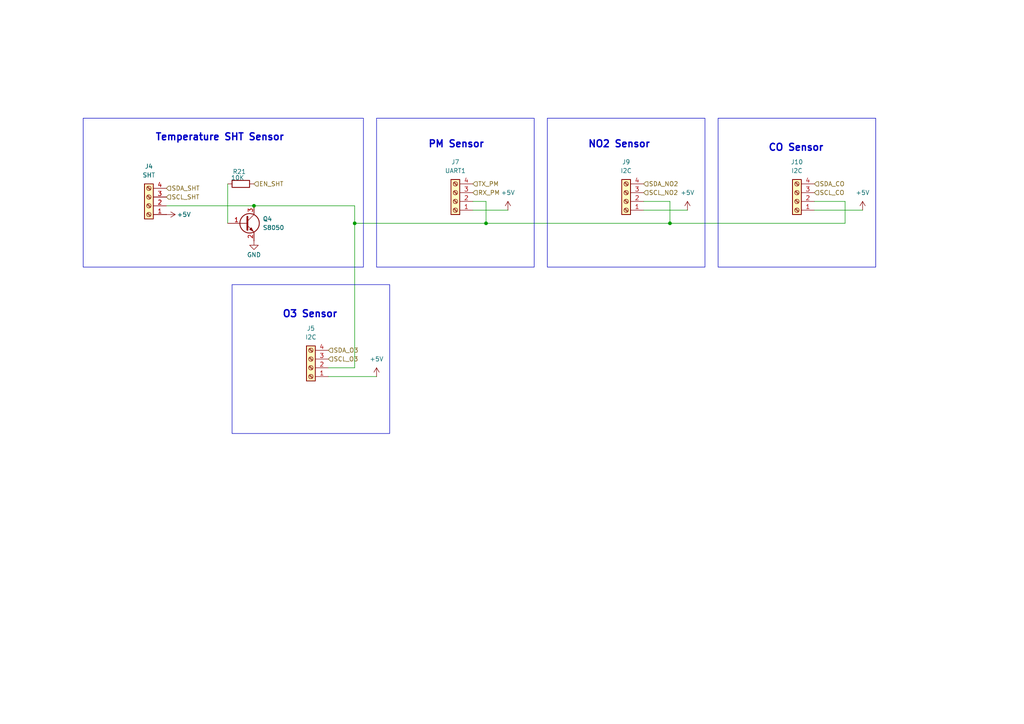
<source format=kicad_sch>
(kicad_sch (version 20231120) (generator "eeschema") (generator_version "8.0")
  (paper "A4")
  (lib_symbols
    (symbol "Connector:Screw_Terminal_01x04" (pin_names (offset 1.016) hide)
      (property "Reference" "J" (at 0 5.08 0))
      (property "Value" "Screw_Terminal_01x04" (at 0 -7.62 0))
      (symbol "Screw_Terminal_01x04_1_1"
        (rectangle (start -1.27 3.81) (end 1.27 -6.35) (stroke (width 0.254)) (fill (type background)))
        (circle (center 0 -5.08) (radius 0.635) (stroke (width 0.1524)))
        (circle (center 0 -2.54) (radius 0.635) (stroke (width 0.1524)))
        (polyline (pts (xy -0.5334 -4.7498) (xy 0.3302 -5.588)) (stroke (width 0.1524)))
        (polyline (pts (xy -0.5334 -2.2098) (xy 0.3302 -3.048)) (stroke (width 0.1524)))
        (polyline (pts (xy -0.5334 0.3302) (xy 0.3302 -0.508)) (stroke (width 0.1524)))
        (polyline (pts (xy -0.5334 2.8702) (xy 0.3302 2.032)) (stroke (width 0.1524)))
        (polyline (pts (xy -0.3556 -4.572) (xy 0.508 -5.4102)) (stroke (width 0.1524)))
        (polyline (pts (xy -0.3556 -2.032) (xy 0.508 -2.8702)) (stroke (width 0.1524)))
        (polyline (pts (xy -0.3556 0.508) (xy 0.508 -0.3302)) (stroke (width 0.1524)))
        (polyline (pts (xy -0.3556 3.048) (xy 0.508 2.2098)) (stroke (width 0.1524)))
        (circle (center 0 0) (radius 0.635) (stroke (width 0.1524)))
        (circle (center 0 2.54) (radius 0.635) (stroke (width 0.1524)))
        (pin passive line (at -5.08 2.54 0) (length 3.81) (name "Pin_1") (number "1"))
        (pin passive line (at -5.08 0 0) (length 3.81) (name "Pin_2") (number "2"))
        (pin passive line (at -5.08 -2.54 0) (length 3.81) (name "Pin_3") (number "3"))
        (pin passive line (at -5.08 -5.08 0) (length 3.81) (name "Pin_4") (number "4"))
      )
    )
    (symbol "Device:R" (pin_numbers hide) (pin_names (offset 0))
      (property "Reference" "R" (at 2.032 0 90))
      (property "Value" "R" (at 0 0 90))
      (symbol "R_0_1"
        (rectangle (start -1.016 -2.54) (end 1.016 2.54) (stroke (width 0.254)))
      )
      (symbol "R_1_1"
        (pin passive line (at 0 3.81 270) (length 1.27) (name "~") (number "1"))
        (pin passive line (at 0 -3.81 90) (length 1.27) (name "~") (number "2"))
      )
    )
    (symbol "GND_2" (power) (pin_numbers hide) (pin_names (offset 0) hide)
      (property "Value" "GND" (at 0 -3.81 0))
      (symbol "GND_2_0_1"
        (polyline (pts (xy 0 0) (xy 0 -1.27) (xy 1.27 -1.27) (xy 0 -2.54) (xy -1.27 -1.27) (xy 0 -1.27)))
      )
      (symbol "GND_2_1_1"
        (pin power_in line (at 0 0 270) (length 0) (name "~") (number "1"))
      )
    )
    (symbol "S8050_1" (pin_names (offset 0) hide)
      (property "Reference" "Q4" (at 5.08 1.2701 0))
      (property "Value" "S8050" (at 5.08 -1.2699 0))
      (symbol "S8050_1_0_1"
        (polyline (pts (xy 0 0) (xy 0.635 0)))
        (polyline (pts (xy 0.635 0.635) (xy 2.54 2.54)))
        (polyline (pts (xy 0.635 -0.635) (xy 2.54 -2.54) (xy 2.54 -2.54)))
        (polyline (pts (xy 0.635 1.905) (xy 0.635 -1.905) (xy 0.635 -1.905)) (stroke (width 0.508)))
        (polyline (pts (xy 1.27 -1.778) (xy 1.778 -1.27) (xy 2.286 -2.286) (xy 1.27 -1.778) (xy 1.27 -1.778)) (fill (type outline)))
        (circle (center 1.27 0) (radius 2.8194) (stroke (width 0.254)))
      )
      (symbol "S8050_1_1_1"
        (pin input line (at -5.08 0 0) (length 5.08) (name "B") (number "1"))
        (pin passive line (at 2.54 -5.08 90) (length 2.54) (name "E") (number "2"))
        (pin passive line (at 2.54 5.08 270) (length 2.54) (name "C") (number "3"))
      )
    )
    (symbol "power:+5V" (power) (pin_numbers hide) (pin_names (offset 0) hide)
      (property "Value" "+5V" (at 0 3.556 0))
      (symbol "+5V_0_1"
        (polyline (pts (xy -0.762 1.27) (xy 0 2.54)))
        (polyline (pts (xy 0 0) (xy 0 2.54)))
        (polyline (pts (xy 0 2.54) (xy 0.762 1.27)))
      )
      (symbol "+5V_1_1"
        (pin power_in line (at 0 0 90) (length 0) (name "~") (number "1"))
      )
    )
  )
  (junction (at 73.66 59.69))
  (junction (at 102.87 64.77))
  (junction (at 140.97 64.77))
  (junction (at 194.31 64.77))
  (wire (pts (xy 102.87 106.68) (xy 102.87 64.77)))
  (wire (pts (xy 102.87 59.69) (xy 73.66 59.69)))
  (wire (pts (xy 186.69 58.42) (xy 194.31 58.42)))
  (wire (pts (xy 194.31 58.42) (xy 194.31 64.77)))
  (wire (pts (xy 186.69 60.96) (xy 199.39 60.96)))
  (wire (pts (xy 140.97 64.77) (xy 194.31 64.77)))
  (wire (pts (xy 236.22 60.96) (xy 250.19 60.96)))
  (wire (pts (xy 95.25 109.22) (xy 109.22 109.22)))
  (wire (pts (xy 102.87 64.77) (xy 140.97 64.77)))
  (wire (pts (xy 140.97 58.42) (xy 137.16 58.42)))
  (wire (pts (xy 95.25 106.68) (xy 102.87 106.68)))
  (wire (pts (xy 48.26 59.69) (xy 73.66 59.69)))
  (wire (pts (xy 236.22 58.42) (xy 245.11 58.42)))
  (wire (pts (xy 245.11 58.42) (xy 245.11 64.77)))
  (wire (pts (xy 102.87 64.77) (xy 102.87 59.69)))
  (wire (pts (xy 66.04 53.34) (xy 66.04 64.77)))
  (wire (pts (xy 194.31 64.77) (xy 245.11 64.77)))
  (wire (pts (xy 140.97 64.77) (xy 140.97 58.42)))
  (wire (pts (xy 137.16 60.96) (xy 147.32 60.96)))
  (rectangle (start 208.28 34.29) (end 254 77.47))
  (rectangle (start 109.22 34.29) (end 154.94 77.47))
  (rectangle (start 67.31 82.55) (end 113.03 125.73))
  (rectangle (start 24.13 34.29) (end 105.41 77.47))
  (rectangle (start 158.75 34.29) (end 204.47 77.47))
  (text "O3 Sensor" (at 89.916 91.186 0) (effects (font (size 2 2) (thickness 0.4) (bold yes))))
  (text "NO2 Sensor" (at 179.578 41.91 0) (effects (font (size 2 2) (thickness 0.4) (bold yes))))
  (text "PM Sensor" (at 132.334 41.91 0) (effects (font (size 2 2) (thickness 0.4) (bold yes))))
  (text "Temperature SHT Sensor" (at 63.754 39.878 0) (effects (font (size 2 2) (thickness 0.4) (bold yes))))
  (text "CO Sensor" (at 230.886 42.926 0) (effects (font (size 2 2) (thickness 0.4) (bold yes))))
  (hierarchical_label "SCL_CO" (shape input) (at 236.22 55.88 0))
  (hierarchical_label "SCL_SHT" (shape input) (at 48.26 57.15 0))
  (hierarchical_label "RX_PM" (shape input) (at 137.16 55.88 0))
  (hierarchical_label "SCL_NO2" (shape input) (at 186.69 55.88 0))
  (hierarchical_label "EN_SHT" (shape input) (at 73.66 53.34 0))
  (hierarchical_label "SCL_O3" (shape input) (at 95.25 104.14 0))
  (hierarchical_label "SDA_NO2" (shape input) (at 186.69 53.34 0))
  (hierarchical_label "SDA_CO" (shape input) (at 236.22 53.34 0))
  (hierarchical_label "TX_PM" (shape input) (at 137.16 53.34 0))
  (hierarchical_label "SDA_O3" (shape input) (at 95.25 101.6 0))
  (hierarchical_label "SDA_SHT" (shape input) (at 48.26 54.61 0))
  (symbol (lib_id "power:+5V") (at 199.39 60.96 0) (unit 1)
    (property "Reference" "#PWR058" (effects (hide yes)))
    (property "Value" "+5V" (at 199.39 55.88 0))
    (property "Description" "Power symbol creates a global label with name \"+5V\"" (effects (hide yes)))
  )
  (symbol (lib_name "GND_2") (lib_id "power:GND") (at 73.66 69.85 0) (unit 1)
    (property "Reference" "#PWR050" (effects (hide yes)))
    (property "Value" "GND" (at 73.66 73.914 0))
    (property "Description" "Power symbol creates a global label with name \"GND\" , ground" (effects (hide yes)))
  )
  (symbol (lib_id "power:+5V") (at 147.32 60.96 0) (unit 1)
    (property "Reference" "#PWR054" (effects (hide yes)))
    (property "Value" "+5V" (at 147.32 55.88 0))
    (property "Description" "Power symbol creates a global label with name \"+5V\"" (effects (hide yes)))
  )
  (symbol (lib_id "power:+5V") (at 109.22 109.22 0) (unit 1)
    (property "Reference" "#PWR049" (effects (hide yes)))
    (property "Value" "+5V" (at 109.22 104.14 0))
    (property "Description" "Power symbol creates a global label with name \"+5V\"" (effects (hide yes)))
  )
  (symbol (lib_id "power:+5V") (at 48.26 62.23 270) (unit 1)
    (property "Reference" "#PWR047" (effects (hide yes)))
    (property "Value" "+5V" (at 53.34 62.23 90))
    (property "Description" "Power symbol creates a global label with name \"+5V\"" (effects (hide yes)))
  )
  (symbol (lib_id "Connector:Screw_Terminal_01x04") (at 231.14 58.42 180) (unit 1)
    (property "Reference" "J10" (at 231.14 46.99 0))
    (property "Value" "I2C" (at 231.14 49.53 0))
    (property "Footprint" "Connector_Molex:Molex_CLIK-Mate_502443-0470_1x04-1MP_P2.00mm_Vertical" (effects (hide yes)))
  )
  (symbol (lib_id "Connector:Screw_Terminal_01x04") (at 181.61 58.42 180) (unit 1)
    (property "Reference" "J9" (at 181.61 46.99 0))
    (property "Value" "I2C" (at 181.61 49.53 0))
    (property "Footprint" "Connector_Molex:Molex_CLIK-Mate_502443-0470_1x04-1MP_P2.00mm_Vertical" (effects (hide yes)))
  )
  (symbol (lib_id "Connector:Screw_Terminal_01x04") (at 43.18 59.69 180) (unit 1)
    (property "Reference" "J4" (at 43.18 48.26 0))
    (property "Value" "SHT" (at 43.18 50.8 0))
    (property "Footprint" "Connector_JST:JST_XH_B4B-XH-A_1x04_P2.50mm_Vertical" (effects (hide yes)))
  )
  (symbol (lib_name "S8050_1") (lib_id "Transistor_BJT:S8050") (at 71.12 64.77 0) (unit 1)
    (property "Reference" "Q4" (at 76.2 63.4999 0) (effects (justify left)))
    (property "Value" "S8050" (at 76.2 66.0399 0) (effects (justify left)))
    (property "Footprint" "Package_TO_SOT_SMD:SOT-23" (effects (hide yes)))
    (property "Datasheet" "http://www.unisonic.com.tw/datasheet/S8050.pdf" (effects (hide yes)))
    (property "Description" "0.7A Ic, 20V Vce, Low Voltage High Current NPN Transistor, TO-92" (effects (hide yes)))
  )
  (symbol (lib_id "Device:R") (at 69.85 53.34 90) (unit 1)
    (property "Reference" "R21" (at 71.374 49.784 90) (effects (justify left)))
    (property "Value" "10K" (at 70.866 51.562 90) (effects (justify left)))
    (property "Footprint" "Resistor_SMD:R_0402_1005Metric" (effects (hide yes)))
    (property "Description" "Resistor" (effects (hide yes)))
  )
  (symbol (lib_id "Connector:Screw_Terminal_01x04") (at 132.08 58.42 180) (unit 1)
    (property "Reference" "J7" (at 132.08 46.99 0))
    (property "Value" "UART1" (at 132.08 49.53 0))
    (property "Footprint" "Connector_Molex:Molex_CLIK-Mate_502443-0470_1x04-1MP_P2.00mm_Vertical" (effects (hide yes)))
  )
  (symbol (lib_id "Connector:Screw_Terminal_01x04") (at 90.17 106.68 180) (unit 1)
    (property "Reference" "J5" (at 90.17 95.25 0))
    (property "Value" "I2C" (at 90.17 97.79 0))
    (property "Footprint" "Connector_Molex:Molex_CLIK-Mate_502443-0470_1x04-1MP_P2.00mm_Vertical" (effects (hide yes)))
  )
  (symbol (lib_id "power:+5V") (at 250.19 60.96 0) (unit 1)
    (property "Reference" "#PWR060" (effects (hide yes)))
    (property "Value" "+5V" (at 250.19 55.88 0))
    (property "Description" "Power symbol creates a global label with name \"+5V\"" (effects (hide yes)))
  )
)
</source>
